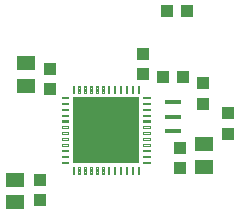
<source format=gbr>
G04 EAGLE Gerber RS-274X export*
G75*
%MOMM*%
%FSLAX34Y34*%
%LPD*%
%INSolderpaste Bottom*%
%IPPOS*%
%AMOC8*
5,1,8,0,0,1.08239X$1,22.5*%
G01*
%ADD10R,1.000000X1.100000*%
%ADD11R,1.500000X1.300000*%
%ADD12C,0.124994*%
%ADD13R,5.699988X5.699988*%
%ADD14R,1.399997X0.400000*%
%ADD15R,1.100000X1.000000*%


D10*
X255659Y172488D03*
X255659Y189488D03*
D11*
X256336Y119038D03*
X256336Y138038D03*
D12*
X204825Y176875D02*
X204825Y178125D01*
X210575Y178125D01*
X210575Y176875D01*
X204825Y176875D01*
X204825Y178062D02*
X210575Y178062D01*
X204825Y173125D02*
X204825Y171875D01*
X204825Y173125D02*
X210575Y173125D01*
X210575Y171875D01*
X204825Y171875D01*
X204825Y173062D02*
X210575Y173062D01*
X204825Y168125D02*
X204825Y166875D01*
X204825Y168125D02*
X210575Y168125D01*
X210575Y166875D01*
X204825Y166875D01*
X204825Y168062D02*
X210575Y168062D01*
X204825Y163125D02*
X204825Y161875D01*
X204825Y163125D02*
X210575Y163125D01*
X210575Y161875D01*
X204825Y161875D01*
X204825Y163062D02*
X210575Y163062D01*
X204825Y158125D02*
X204825Y156875D01*
X204825Y158125D02*
X210575Y158125D01*
X210575Y156875D01*
X204825Y156875D01*
X204825Y158062D02*
X210575Y158062D01*
X204825Y153125D02*
X204825Y151875D01*
X204825Y153125D02*
X210575Y153125D01*
X210575Y151875D01*
X204825Y151875D01*
X204825Y153062D02*
X210575Y153062D01*
X204825Y148125D02*
X204825Y146875D01*
X204825Y148125D02*
X210575Y148125D01*
X210575Y146875D01*
X204825Y146875D01*
X204825Y148062D02*
X210575Y148062D01*
X204825Y143125D02*
X204825Y141875D01*
X204825Y143125D02*
X210575Y143125D01*
X210575Y141875D01*
X204825Y141875D01*
X204825Y143062D02*
X210575Y143062D01*
X204825Y138125D02*
X204825Y136875D01*
X204825Y138125D02*
X210575Y138125D01*
X210575Y136875D01*
X204825Y136875D01*
X204825Y138062D02*
X210575Y138062D01*
X204825Y133125D02*
X204825Y131875D01*
X204825Y133125D02*
X210575Y133125D01*
X210575Y131875D01*
X204825Y131875D01*
X204825Y133062D02*
X210575Y133062D01*
X204825Y128125D02*
X204825Y126875D01*
X204825Y128125D02*
X210575Y128125D01*
X210575Y126875D01*
X204825Y126875D01*
X204825Y128062D02*
X210575Y128062D01*
X204825Y123125D02*
X204825Y121875D01*
X204825Y123125D02*
X210575Y123125D01*
X210575Y121875D01*
X204825Y121875D01*
X204825Y123062D02*
X210575Y123062D01*
X201325Y118375D02*
X200075Y118375D01*
X201325Y118375D02*
X201325Y112625D01*
X200075Y112625D01*
X200075Y118375D01*
X200075Y113812D02*
X201325Y113812D01*
X201325Y114999D02*
X200075Y114999D01*
X200075Y116186D02*
X201325Y116186D01*
X201325Y117373D02*
X200075Y117373D01*
X196325Y118375D02*
X195075Y118375D01*
X196325Y118375D02*
X196325Y112625D01*
X195075Y112625D01*
X195075Y118375D01*
X195075Y113812D02*
X196325Y113812D01*
X196325Y114999D02*
X195075Y114999D01*
X195075Y116186D02*
X196325Y116186D01*
X196325Y117373D02*
X195075Y117373D01*
X191325Y118375D02*
X190075Y118375D01*
X191325Y118375D02*
X191325Y112625D01*
X190075Y112625D01*
X190075Y118375D01*
X190075Y113812D02*
X191325Y113812D01*
X191325Y114999D02*
X190075Y114999D01*
X190075Y116186D02*
X191325Y116186D01*
X191325Y117373D02*
X190075Y117373D01*
X186325Y118375D02*
X185075Y118375D01*
X186325Y118375D02*
X186325Y112625D01*
X185075Y112625D01*
X185075Y118375D01*
X185075Y113812D02*
X186325Y113812D01*
X186325Y114999D02*
X185075Y114999D01*
X185075Y116186D02*
X186325Y116186D01*
X186325Y117373D02*
X185075Y117373D01*
X181325Y118375D02*
X180075Y118375D01*
X181325Y118375D02*
X181325Y112625D01*
X180075Y112625D01*
X180075Y118375D01*
X180075Y113812D02*
X181325Y113812D01*
X181325Y114999D02*
X180075Y114999D01*
X180075Y116186D02*
X181325Y116186D01*
X181325Y117373D02*
X180075Y117373D01*
X176325Y118375D02*
X175075Y118375D01*
X176325Y118375D02*
X176325Y112625D01*
X175075Y112625D01*
X175075Y118375D01*
X175075Y113812D02*
X176325Y113812D01*
X176325Y114999D02*
X175075Y114999D01*
X175075Y116186D02*
X176325Y116186D01*
X176325Y117373D02*
X175075Y117373D01*
X171325Y118375D02*
X170075Y118375D01*
X171325Y118375D02*
X171325Y112625D01*
X170075Y112625D01*
X170075Y118375D01*
X170075Y113812D02*
X171325Y113812D01*
X171325Y114999D02*
X170075Y114999D01*
X170075Y116186D02*
X171325Y116186D01*
X171325Y117373D02*
X170075Y117373D01*
X166325Y118375D02*
X165075Y118375D01*
X166325Y118375D02*
X166325Y112625D01*
X165075Y112625D01*
X165075Y118375D01*
X165075Y113812D02*
X166325Y113812D01*
X166325Y114999D02*
X165075Y114999D01*
X165075Y116186D02*
X166325Y116186D01*
X166325Y117373D02*
X165075Y117373D01*
X161325Y118375D02*
X160075Y118375D01*
X161325Y118375D02*
X161325Y112625D01*
X160075Y112625D01*
X160075Y118375D01*
X160075Y113812D02*
X161325Y113812D01*
X161325Y114999D02*
X160075Y114999D01*
X160075Y116186D02*
X161325Y116186D01*
X161325Y117373D02*
X160075Y117373D01*
X156325Y118375D02*
X155075Y118375D01*
X156325Y118375D02*
X156325Y112625D01*
X155075Y112625D01*
X155075Y118375D01*
X155075Y113812D02*
X156325Y113812D01*
X156325Y114999D02*
X155075Y114999D01*
X155075Y116186D02*
X156325Y116186D01*
X156325Y117373D02*
X155075Y117373D01*
X151325Y118375D02*
X150075Y118375D01*
X151325Y118375D02*
X151325Y112625D01*
X150075Y112625D01*
X150075Y118375D01*
X150075Y113812D02*
X151325Y113812D01*
X151325Y114999D02*
X150075Y114999D01*
X150075Y116186D02*
X151325Y116186D01*
X151325Y117373D02*
X150075Y117373D01*
X146325Y118375D02*
X145075Y118375D01*
X146325Y118375D02*
X146325Y112625D01*
X145075Y112625D01*
X145075Y118375D01*
X145075Y113812D02*
X146325Y113812D01*
X146325Y114999D02*
X145075Y114999D01*
X145075Y116186D02*
X146325Y116186D01*
X146325Y117373D02*
X145075Y117373D01*
X141575Y121875D02*
X141575Y123125D01*
X141575Y121875D02*
X135825Y121875D01*
X135825Y123125D01*
X141575Y123125D01*
X141575Y123062D02*
X135825Y123062D01*
X141575Y126875D02*
X141575Y128125D01*
X141575Y126875D02*
X135825Y126875D01*
X135825Y128125D01*
X141575Y128125D01*
X141575Y128062D02*
X135825Y128062D01*
X141575Y131875D02*
X141575Y133125D01*
X141575Y131875D02*
X135825Y131875D01*
X135825Y133125D01*
X141575Y133125D01*
X141575Y133062D02*
X135825Y133062D01*
X141575Y136875D02*
X141575Y138125D01*
X141575Y136875D02*
X135825Y136875D01*
X135825Y138125D01*
X141575Y138125D01*
X141575Y138062D02*
X135825Y138062D01*
X141575Y141875D02*
X141575Y143125D01*
X141575Y141875D02*
X135825Y141875D01*
X135825Y143125D01*
X141575Y143125D01*
X141575Y143062D02*
X135825Y143062D01*
X141575Y146875D02*
X141575Y148125D01*
X141575Y146875D02*
X135825Y146875D01*
X135825Y148125D01*
X141575Y148125D01*
X141575Y148062D02*
X135825Y148062D01*
X141575Y151875D02*
X141575Y153125D01*
X141575Y151875D02*
X135825Y151875D01*
X135825Y153125D01*
X141575Y153125D01*
X141575Y153062D02*
X135825Y153062D01*
X141575Y156875D02*
X141575Y158125D01*
X141575Y156875D02*
X135825Y156875D01*
X135825Y158125D01*
X141575Y158125D01*
X141575Y158062D02*
X135825Y158062D01*
X141575Y161875D02*
X141575Y163125D01*
X141575Y161875D02*
X135825Y161875D01*
X135825Y163125D01*
X141575Y163125D01*
X141575Y163062D02*
X135825Y163062D01*
X141575Y166875D02*
X141575Y168125D01*
X141575Y166875D02*
X135825Y166875D01*
X135825Y168125D01*
X141575Y168125D01*
X141575Y168062D02*
X135825Y168062D01*
X141575Y171875D02*
X141575Y173125D01*
X141575Y171875D02*
X135825Y171875D01*
X135825Y173125D01*
X141575Y173125D01*
X141575Y173062D02*
X135825Y173062D01*
X141575Y176875D02*
X141575Y178125D01*
X141575Y176875D02*
X135825Y176875D01*
X135825Y178125D01*
X141575Y178125D01*
X141575Y178062D02*
X135825Y178062D01*
X145075Y181625D02*
X146325Y181625D01*
X145075Y181625D02*
X145075Y187375D01*
X146325Y187375D01*
X146325Y181625D01*
X146325Y182812D02*
X145075Y182812D01*
X145075Y183999D02*
X146325Y183999D01*
X146325Y185186D02*
X145075Y185186D01*
X145075Y186373D02*
X146325Y186373D01*
X150075Y181625D02*
X151325Y181625D01*
X150075Y181625D02*
X150075Y187375D01*
X151325Y187375D01*
X151325Y181625D01*
X151325Y182812D02*
X150075Y182812D01*
X150075Y183999D02*
X151325Y183999D01*
X151325Y185186D02*
X150075Y185186D01*
X150075Y186373D02*
X151325Y186373D01*
X155075Y181625D02*
X156325Y181625D01*
X155075Y181625D02*
X155075Y187375D01*
X156325Y187375D01*
X156325Y181625D01*
X156325Y182812D02*
X155075Y182812D01*
X155075Y183999D02*
X156325Y183999D01*
X156325Y185186D02*
X155075Y185186D01*
X155075Y186373D02*
X156325Y186373D01*
X160075Y181625D02*
X161325Y181625D01*
X160075Y181625D02*
X160075Y187375D01*
X161325Y187375D01*
X161325Y181625D01*
X161325Y182812D02*
X160075Y182812D01*
X160075Y183999D02*
X161325Y183999D01*
X161325Y185186D02*
X160075Y185186D01*
X160075Y186373D02*
X161325Y186373D01*
X165075Y181625D02*
X166325Y181625D01*
X165075Y181625D02*
X165075Y187375D01*
X166325Y187375D01*
X166325Y181625D01*
X166325Y182812D02*
X165075Y182812D01*
X165075Y183999D02*
X166325Y183999D01*
X166325Y185186D02*
X165075Y185186D01*
X165075Y186373D02*
X166325Y186373D01*
X170075Y181625D02*
X171325Y181625D01*
X170075Y181625D02*
X170075Y187375D01*
X171325Y187375D01*
X171325Y181625D01*
X171325Y182812D02*
X170075Y182812D01*
X170075Y183999D02*
X171325Y183999D01*
X171325Y185186D02*
X170075Y185186D01*
X170075Y186373D02*
X171325Y186373D01*
X175075Y181625D02*
X176325Y181625D01*
X175075Y181625D02*
X175075Y187375D01*
X176325Y187375D01*
X176325Y181625D01*
X176325Y182812D02*
X175075Y182812D01*
X175075Y183999D02*
X176325Y183999D01*
X176325Y185186D02*
X175075Y185186D01*
X175075Y186373D02*
X176325Y186373D01*
X180075Y181625D02*
X181325Y181625D01*
X180075Y181625D02*
X180075Y187375D01*
X181325Y187375D01*
X181325Y181625D01*
X181325Y182812D02*
X180075Y182812D01*
X180075Y183999D02*
X181325Y183999D01*
X181325Y185186D02*
X180075Y185186D01*
X180075Y186373D02*
X181325Y186373D01*
X185075Y181625D02*
X186325Y181625D01*
X185075Y181625D02*
X185075Y187375D01*
X186325Y187375D01*
X186325Y181625D01*
X186325Y182812D02*
X185075Y182812D01*
X185075Y183999D02*
X186325Y183999D01*
X186325Y185186D02*
X185075Y185186D01*
X185075Y186373D02*
X186325Y186373D01*
X190075Y181625D02*
X191325Y181625D01*
X190075Y181625D02*
X190075Y187375D01*
X191325Y187375D01*
X191325Y181625D01*
X191325Y182812D02*
X190075Y182812D01*
X190075Y183999D02*
X191325Y183999D01*
X191325Y185186D02*
X190075Y185186D01*
X190075Y186373D02*
X191325Y186373D01*
X195075Y181625D02*
X196325Y181625D01*
X195075Y181625D02*
X195075Y187375D01*
X196325Y187375D01*
X196325Y181625D01*
X196325Y182812D02*
X195075Y182812D01*
X195075Y183999D02*
X196325Y183999D01*
X196325Y185186D02*
X195075Y185186D01*
X195075Y186373D02*
X196325Y186373D01*
X200075Y181625D02*
X201325Y181625D01*
X200075Y181625D02*
X200075Y187375D01*
X201325Y187375D01*
X201325Y181625D01*
X201325Y182812D02*
X200075Y182812D01*
X200075Y183999D02*
X201325Y183999D01*
X201325Y185186D02*
X200075Y185186D01*
X200075Y186373D02*
X201325Y186373D01*
D13*
X173200Y150000D03*
D14*
X229774Y173430D03*
X229774Y161430D03*
X229774Y149430D03*
D10*
X224972Y250584D03*
X241972Y250584D03*
D11*
X105382Y187429D03*
X105382Y206429D03*
X95984Y107938D03*
X95984Y88938D03*
D10*
X235684Y117524D03*
X235684Y134524D03*
X126210Y184680D03*
X126210Y201680D03*
X117828Y107700D03*
X117828Y90700D03*
X204950Y197380D03*
X204950Y214380D03*
D15*
X221850Y194958D03*
X238850Y194958D03*
X276578Y164088D03*
X276578Y147088D03*
M02*

</source>
